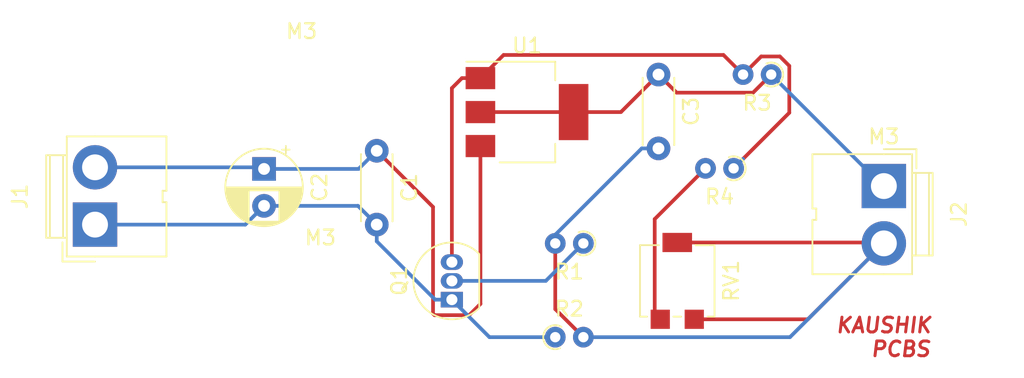
<source format=kicad_pcb>
(kicad_pcb (version 20171130) (host pcbnew "(5.1.6)-1")

  (general
    (thickness 1.6)
    (drawings 8)
    (tracks 55)
    (zones 0)
    (modules 15)
    (nets 8)
  )

  (page A4)
  (layers
    (0 F.Cu signal)
    (31 B.Cu signal)
    (32 B.Adhes user)
    (33 F.Adhes user)
    (34 B.Paste user)
    (35 F.Paste user)
    (36 B.SilkS user)
    (37 F.SilkS user)
    (38 B.Mask user)
    (39 F.Mask user)
    (40 Dwgs.User user)
    (41 Cmts.User user)
    (42 Eco1.User user)
    (43 Eco2.User user)
    (44 Edge.Cuts user)
    (45 Margin user)
    (46 B.CrtYd user)
    (47 F.CrtYd user)
    (48 B.Fab user)
    (49 F.Fab user)
  )

  (setup
    (last_trace_width 0.25)
    (trace_clearance 0.4)
    (zone_clearance 0.508)
    (zone_45_only no)
    (trace_min 0.2)
    (via_size 0.8)
    (via_drill 0.4)
    (via_min_size 0.4)
    (via_min_drill 0.3)
    (uvia_size 0.3)
    (uvia_drill 0.1)
    (uvias_allowed no)
    (uvia_min_size 0.2)
    (uvia_min_drill 0.1)
    (edge_width 0.05)
    (segment_width 0.2)
    (pcb_text_width 0.3)
    (pcb_text_size 1.5 1.5)
    (mod_edge_width 0.12)
    (mod_text_size 1 1)
    (mod_text_width 0.15)
    (pad_size 1.524 1.524)
    (pad_drill 0.762)
    (pad_to_mask_clearance 0.05)
    (aux_axis_origin 0 0)
    (visible_elements 7FFFFFFF)
    (pcbplotparams
      (layerselection 0x010fc_ffffffff)
      (usegerberextensions false)
      (usegerberattributes true)
      (usegerberadvancedattributes true)
      (creategerberjobfile true)
      (excludeedgelayer true)
      (linewidth 0.100000)
      (plotframeref false)
      (viasonmask false)
      (mode 1)
      (useauxorigin false)
      (hpglpennumber 1)
      (hpglpenspeed 20)
      (hpglpendiameter 15.000000)
      (psnegative false)
      (psa4output false)
      (plotreference true)
      (plotvalue true)
      (plotinvisibletext false)
      (padsonsilk false)
      (subtractmaskfromsilk false)
      (outputformat 1)
      (mirror false)
      (drillshape 1)
      (scaleselection 1)
      (outputdirectory ""))
  )

  (net 0 "")
  (net 1 "Net-(C1-Pad1)")
  (net 2 "Net-(C1-Pad2)")
  (net 3 "Net-(C3-Pad2)")
  (net 4 "Net-(C3-Pad1)")
  (net 5 "Net-(Q1-Pad2)")
  (net 6 "Net-(Q1-Pad3)")
  (net 7 "Net-(R4-Pad2)")

  (net_class Default "This is the default net class."
    (clearance 0.4)
    (trace_width 0.25)
    (via_dia 0.8)
    (via_drill 0.4)
    (uvia_dia 0.3)
    (uvia_drill 0.1)
    (add_net "Net-(C1-Pad1)")
    (add_net "Net-(C1-Pad2)")
    (add_net "Net-(C3-Pad1)")
    (add_net "Net-(C3-Pad2)")
    (add_net "Net-(Q1-Pad2)")
    (add_net "Net-(Q1-Pad3)")
    (add_net "Net-(R4-Pad2)")
  )

  (module MountingHole:MountingHole_3.2mm_M3 (layer F.Cu) (tedit 56D1B4CB) (tstamp 5FB29E0F)
    (at 104.14 82.55)
    (descr "Mounting Hole 3.2mm, no annular, M3")
    (tags "mounting hole 3.2mm no annular m3")
    (attr virtual)
    (fp_text reference M3 (at 0 -4.2) (layer F.SilkS)
      (effects (font (size 1 1) (thickness 0.15)))
    )
    (fp_text value MountingHole_3.2mm_M3 (at 0 4.2) (layer F.Fab)
      (effects (font (size 1 1) (thickness 0.15)))
    )
    (fp_text user %R (at 0.3 0) (layer F.Fab)
      (effects (font (size 1 1) (thickness 0.15)))
    )
    (fp_circle (center 0 0) (end 3.2 0) (layer Cmts.User) (width 0.15))
    (fp_circle (center 0 0) (end 3.45 0) (layer F.CrtYd) (width 0.05))
    (pad 1 np_thru_hole circle (at 0 0) (size 3.2 3.2) (drill 3.2) (layers *.Cu *.Mask))
  )

  (module MountingHole:MountingHole_3.2mm_M3 (layer F.Cu) (tedit 56D1B4CB) (tstamp 5FB29DA3)
    (at 143.51 81.28 180)
    (descr "Mounting Hole 3.2mm, no annular, M3")
    (tags "mounting hole 3.2mm no annular m3")
    (attr virtual)
    (fp_text reference M3 (at 0 -4.2) (layer F.SilkS)
      (effects (font (size 1 1) (thickness 0.15)))
    )
    (fp_text value MountingHole_3.2mm_M3 (at 0 4.2) (layer F.Fab)
      (effects (font (size 1 1) (thickness 0.15)))
    )
    (fp_text user %R (at 0.3 0) (layer F.Fab)
      (effects (font (size 1 1) (thickness 0.15)))
    )
    (fp_circle (center 0 0) (end 3.2 0) (layer Cmts.User) (width 0.15))
    (fp_circle (center 0 0) (end 3.45 0) (layer F.CrtYd) (width 0.05))
    (pad 1 np_thru_hole circle (at 0 0 180) (size 3.2 3.2) (drill 3.2) (layers *.Cu *.Mask))
  )

  (module MountingHole:MountingHole_3.2mm_M3 (layer F.Cu) (tedit 56D1B4CB) (tstamp 5FB29D71)
    (at 105.41 96.52)
    (descr "Mounting Hole 3.2mm, no annular, M3")
    (tags "mounting hole 3.2mm no annular m3")
    (attr virtual)
    (fp_text reference M3 (at 0 -4.2) (layer F.SilkS)
      (effects (font (size 1 1) (thickness 0.15)))
    )
    (fp_text value MountingHole_3.2mm_M3 (at 0 4.2) (layer F.Fab)
      (effects (font (size 1 1) (thickness 0.15)))
    )
    (fp_text user %R (at 0.3 0) (layer F.Fab)
      (effects (font (size 1 1) (thickness 0.15)))
    )
    (fp_circle (center 0 0) (end 3.2 0) (layer Cmts.User) (width 0.15))
    (fp_circle (center 0 0) (end 3.45 0) (layer F.CrtYd) (width 0.05))
    (pad 1 np_thru_hole circle (at 0 0) (size 3.2 3.2) (drill 3.2) (layers *.Cu *.Mask))
  )

  (module Resistor_THT:R_Axial_DIN0204_L3.6mm_D1.6mm_P1.90mm_Vertical (layer F.Cu) (tedit 5AE5139B) (tstamp 5FB29823)
    (at 135.89 81.28 180)
    (descr "Resistor, Axial_DIN0204 series, Axial, Vertical, pin pitch=1.9mm, 0.167W, length*diameter=3.6*1.6mm^2, http://cdn-reichelt.de/documents/datenblatt/B400/1_4W%23YAG.pdf")
    (tags "Resistor Axial_DIN0204 series Axial Vertical pin pitch 1.9mm 0.167W length 3.6mm diameter 1.6mm")
    (path /5FAEC32A)
    (fp_text reference R3 (at 0.95 -1.92) (layer F.SilkS)
      (effects (font (size 1 1) (thickness 0.15)))
    )
    (fp_text value R (at 0.95 1.92) (layer F.Fab)
      (effects (font (size 1 1) (thickness 0.15)))
    )
    (fp_line (start 2.86 -1.05) (end -1.05 -1.05) (layer F.CrtYd) (width 0.05))
    (fp_line (start 2.86 1.05) (end 2.86 -1.05) (layer F.CrtYd) (width 0.05))
    (fp_line (start -1.05 1.05) (end 2.86 1.05) (layer F.CrtYd) (width 0.05))
    (fp_line (start -1.05 -1.05) (end -1.05 1.05) (layer F.CrtYd) (width 0.05))
    (fp_line (start 0 0) (end 1.9 0) (layer F.Fab) (width 0.1))
    (fp_circle (center 0 0) (end 0.8 0) (layer F.Fab) (width 0.1))
    (fp_text user %R (at 0.95 -1.92) (layer F.Fab)
      (effects (font (size 1 1) (thickness 0.15)))
    )
    (fp_arc (start 0 0) (end 0.417133 -0.7) (angle -233.92106) (layer F.SilkS) (width 0.12))
    (pad 2 thru_hole oval (at 1.9 0 180) (size 1.4 1.4) (drill 0.7) (layers *.Cu *.Mask)
      (net 6 "Net-(Q1-Pad3)"))
    (pad 1 thru_hole circle (at 0 0 180) (size 1.4 1.4) (drill 0.7) (layers *.Cu *.Mask)
      (net 4 "Net-(C3-Pad1)"))
    (model ${KISYS3DMOD}/Resistor_THT.3dshapes/R_Axial_DIN0204_L3.6mm_D1.6mm_P1.90mm_Vertical.wrl
      (at (xyz 0 0 0))
      (scale (xyz 1 1 1))
      (rotate (xyz 0 0 0))
    )
  )

  (module Capacitor_THT:C_Disc_D4.3mm_W1.9mm_P5.00mm (layer F.Cu) (tedit 5AE50EF0) (tstamp 5FB2819F)
    (at 109.22 86.44 270)
    (descr "C, Disc series, Radial, pin pitch=5.00mm, , diameter*width=4.3*1.9mm^2, Capacitor, http://www.vishay.com/docs/45233/krseries.pdf")
    (tags "C Disc series Radial pin pitch 5.00mm  diameter 4.3mm width 1.9mm Capacitor")
    (path /5FAE9421)
    (fp_text reference C1 (at 2.5 -2.2 90) (layer F.SilkS)
      (effects (font (size 1 1) (thickness 0.15)))
    )
    (fp_text value C (at 2.5 2.2 90) (layer F.Fab)
      (effects (font (size 1 1) (thickness 0.15)))
    )
    (fp_line (start 0.35 -0.95) (end 0.35 0.95) (layer F.Fab) (width 0.1))
    (fp_line (start 0.35 0.95) (end 4.65 0.95) (layer F.Fab) (width 0.1))
    (fp_line (start 4.65 0.95) (end 4.65 -0.95) (layer F.Fab) (width 0.1))
    (fp_line (start 4.65 -0.95) (end 0.35 -0.95) (layer F.Fab) (width 0.1))
    (fp_line (start 0.23 -1.07) (end 4.77 -1.07) (layer F.SilkS) (width 0.12))
    (fp_line (start 0.23 1.07) (end 4.77 1.07) (layer F.SilkS) (width 0.12))
    (fp_line (start 0.23 -1.07) (end 0.23 -1.055) (layer F.SilkS) (width 0.12))
    (fp_line (start 0.23 1.055) (end 0.23 1.07) (layer F.SilkS) (width 0.12))
    (fp_line (start 4.77 -1.07) (end 4.77 -1.055) (layer F.SilkS) (width 0.12))
    (fp_line (start 4.77 1.055) (end 4.77 1.07) (layer F.SilkS) (width 0.12))
    (fp_line (start -1.05 -1.2) (end -1.05 1.2) (layer F.CrtYd) (width 0.05))
    (fp_line (start -1.05 1.2) (end 6.05 1.2) (layer F.CrtYd) (width 0.05))
    (fp_line (start 6.05 1.2) (end 6.05 -1.2) (layer F.CrtYd) (width 0.05))
    (fp_line (start 6.05 -1.2) (end -1.05 -1.2) (layer F.CrtYd) (width 0.05))
    (fp_text user %R (at 2.5 0 90) (layer F.Fab)
      (effects (font (size 0.86 0.86) (thickness 0.129)))
    )
    (pad 1 thru_hole circle (at 0 0 270) (size 1.6 1.6) (drill 0.8) (layers *.Cu *.Mask)
      (net 1 "Net-(C1-Pad1)"))
    (pad 2 thru_hole circle (at 5 0 270) (size 1.6 1.6) (drill 0.8) (layers *.Cu *.Mask)
      (net 2 "Net-(C1-Pad2)"))
    (model ${KISYS3DMOD}/Capacitor_THT.3dshapes/C_Disc_D4.3mm_W1.9mm_P5.00mm.wrl
      (at (xyz 0 0 0))
      (scale (xyz 1 1 1))
      (rotate (xyz 0 0 0))
    )
  )

  (module Capacitor_THT:CP_Radial_D5.0mm_P2.50mm (layer F.Cu) (tedit 5AE50EF0) (tstamp 5FAF3676)
    (at 101.6 87.67 270)
    (descr "CP, Radial series, Radial, pin pitch=2.50mm, , diameter=5mm, Electrolytic Capacitor")
    (tags "CP Radial series Radial pin pitch 2.50mm  diameter 5mm Electrolytic Capacitor")
    (path /5FAF23A0)
    (fp_text reference C2 (at 1.25 -3.75 90) (layer F.SilkS)
      (effects (font (size 1 1) (thickness 0.15)))
    )
    (fp_text value CP (at 1.25 3.75 90) (layer F.Fab)
      (effects (font (size 1 1) (thickness 0.15)))
    )
    (fp_circle (center 1.25 0) (end 3.75 0) (layer F.Fab) (width 0.1))
    (fp_circle (center 1.25 0) (end 3.87 0) (layer F.SilkS) (width 0.12))
    (fp_circle (center 1.25 0) (end 4 0) (layer F.CrtYd) (width 0.05))
    (fp_line (start -0.883605 -1.0875) (end -0.383605 -1.0875) (layer F.Fab) (width 0.1))
    (fp_line (start -0.633605 -1.3375) (end -0.633605 -0.8375) (layer F.Fab) (width 0.1))
    (fp_line (start 1.25 -2.58) (end 1.25 2.58) (layer F.SilkS) (width 0.12))
    (fp_line (start 1.29 -2.58) (end 1.29 2.58) (layer F.SilkS) (width 0.12))
    (fp_line (start 1.33 -2.579) (end 1.33 2.579) (layer F.SilkS) (width 0.12))
    (fp_line (start 1.37 -2.578) (end 1.37 2.578) (layer F.SilkS) (width 0.12))
    (fp_line (start 1.41 -2.576) (end 1.41 2.576) (layer F.SilkS) (width 0.12))
    (fp_line (start 1.45 -2.573) (end 1.45 2.573) (layer F.SilkS) (width 0.12))
    (fp_line (start 1.49 -2.569) (end 1.49 -1.04) (layer F.SilkS) (width 0.12))
    (fp_line (start 1.49 1.04) (end 1.49 2.569) (layer F.SilkS) (width 0.12))
    (fp_line (start 1.53 -2.565) (end 1.53 -1.04) (layer F.SilkS) (width 0.12))
    (fp_line (start 1.53 1.04) (end 1.53 2.565) (layer F.SilkS) (width 0.12))
    (fp_line (start 1.57 -2.561) (end 1.57 -1.04) (layer F.SilkS) (width 0.12))
    (fp_line (start 1.57 1.04) (end 1.57 2.561) (layer F.SilkS) (width 0.12))
    (fp_line (start 1.61 -2.556) (end 1.61 -1.04) (layer F.SilkS) (width 0.12))
    (fp_line (start 1.61 1.04) (end 1.61 2.556) (layer F.SilkS) (width 0.12))
    (fp_line (start 1.65 -2.55) (end 1.65 -1.04) (layer F.SilkS) (width 0.12))
    (fp_line (start 1.65 1.04) (end 1.65 2.55) (layer F.SilkS) (width 0.12))
    (fp_line (start 1.69 -2.543) (end 1.69 -1.04) (layer F.SilkS) (width 0.12))
    (fp_line (start 1.69 1.04) (end 1.69 2.543) (layer F.SilkS) (width 0.12))
    (fp_line (start 1.73 -2.536) (end 1.73 -1.04) (layer F.SilkS) (width 0.12))
    (fp_line (start 1.73 1.04) (end 1.73 2.536) (layer F.SilkS) (width 0.12))
    (fp_line (start 1.77 -2.528) (end 1.77 -1.04) (layer F.SilkS) (width 0.12))
    (fp_line (start 1.77 1.04) (end 1.77 2.528) (layer F.SilkS) (width 0.12))
    (fp_line (start 1.81 -2.52) (end 1.81 -1.04) (layer F.SilkS) (width 0.12))
    (fp_line (start 1.81 1.04) (end 1.81 2.52) (layer F.SilkS) (width 0.12))
    (fp_line (start 1.85 -2.511) (end 1.85 -1.04) (layer F.SilkS) (width 0.12))
    (fp_line (start 1.85 1.04) (end 1.85 2.511) (layer F.SilkS) (width 0.12))
    (fp_line (start 1.89 -2.501) (end 1.89 -1.04) (layer F.SilkS) (width 0.12))
    (fp_line (start 1.89 1.04) (end 1.89 2.501) (layer F.SilkS) (width 0.12))
    (fp_line (start 1.93 -2.491) (end 1.93 -1.04) (layer F.SilkS) (width 0.12))
    (fp_line (start 1.93 1.04) (end 1.93 2.491) (layer F.SilkS) (width 0.12))
    (fp_line (start 1.971 -2.48) (end 1.971 -1.04) (layer F.SilkS) (width 0.12))
    (fp_line (start 1.971 1.04) (end 1.971 2.48) (layer F.SilkS) (width 0.12))
    (fp_line (start 2.011 -2.468) (end 2.011 -1.04) (layer F.SilkS) (width 0.12))
    (fp_line (start 2.011 1.04) (end 2.011 2.468) (layer F.SilkS) (width 0.12))
    (fp_line (start 2.051 -2.455) (end 2.051 -1.04) (layer F.SilkS) (width 0.12))
    (fp_line (start 2.051 1.04) (end 2.051 2.455) (layer F.SilkS) (width 0.12))
    (fp_line (start 2.091 -2.442) (end 2.091 -1.04) (layer F.SilkS) (width 0.12))
    (fp_line (start 2.091 1.04) (end 2.091 2.442) (layer F.SilkS) (width 0.12))
    (fp_line (start 2.131 -2.428) (end 2.131 -1.04) (layer F.SilkS) (width 0.12))
    (fp_line (start 2.131 1.04) (end 2.131 2.428) (layer F.SilkS) (width 0.12))
    (fp_line (start 2.171 -2.414) (end 2.171 -1.04) (layer F.SilkS) (width 0.12))
    (fp_line (start 2.171 1.04) (end 2.171 2.414) (layer F.SilkS) (width 0.12))
    (fp_line (start 2.211 -2.398) (end 2.211 -1.04) (layer F.SilkS) (width 0.12))
    (fp_line (start 2.211 1.04) (end 2.211 2.398) (layer F.SilkS) (width 0.12))
    (fp_line (start 2.251 -2.382) (end 2.251 -1.04) (layer F.SilkS) (width 0.12))
    (fp_line (start 2.251 1.04) (end 2.251 2.382) (layer F.SilkS) (width 0.12))
    (fp_line (start 2.291 -2.365) (end 2.291 -1.04) (layer F.SilkS) (width 0.12))
    (fp_line (start 2.291 1.04) (end 2.291 2.365) (layer F.SilkS) (width 0.12))
    (fp_line (start 2.331 -2.348) (end 2.331 -1.04) (layer F.SilkS) (width 0.12))
    (fp_line (start 2.331 1.04) (end 2.331 2.348) (layer F.SilkS) (width 0.12))
    (fp_line (start 2.371 -2.329) (end 2.371 -1.04) (layer F.SilkS) (width 0.12))
    (fp_line (start 2.371 1.04) (end 2.371 2.329) (layer F.SilkS) (width 0.12))
    (fp_line (start 2.411 -2.31) (end 2.411 -1.04) (layer F.SilkS) (width 0.12))
    (fp_line (start 2.411 1.04) (end 2.411 2.31) (layer F.SilkS) (width 0.12))
    (fp_line (start 2.451 -2.29) (end 2.451 -1.04) (layer F.SilkS) (width 0.12))
    (fp_line (start 2.451 1.04) (end 2.451 2.29) (layer F.SilkS) (width 0.12))
    (fp_line (start 2.491 -2.268) (end 2.491 -1.04) (layer F.SilkS) (width 0.12))
    (fp_line (start 2.491 1.04) (end 2.491 2.268) (layer F.SilkS) (width 0.12))
    (fp_line (start 2.531 -2.247) (end 2.531 -1.04) (layer F.SilkS) (width 0.12))
    (fp_line (start 2.531 1.04) (end 2.531 2.247) (layer F.SilkS) (width 0.12))
    (fp_line (start 2.571 -2.224) (end 2.571 -1.04) (layer F.SilkS) (width 0.12))
    (fp_line (start 2.571 1.04) (end 2.571 2.224) (layer F.SilkS) (width 0.12))
    (fp_line (start 2.611 -2.2) (end 2.611 -1.04) (layer F.SilkS) (width 0.12))
    (fp_line (start 2.611 1.04) (end 2.611 2.2) (layer F.SilkS) (width 0.12))
    (fp_line (start 2.651 -2.175) (end 2.651 -1.04) (layer F.SilkS) (width 0.12))
    (fp_line (start 2.651 1.04) (end 2.651 2.175) (layer F.SilkS) (width 0.12))
    (fp_line (start 2.691 -2.149) (end 2.691 -1.04) (layer F.SilkS) (width 0.12))
    (fp_line (start 2.691 1.04) (end 2.691 2.149) (layer F.SilkS) (width 0.12))
    (fp_line (start 2.731 -2.122) (end 2.731 -1.04) (layer F.SilkS) (width 0.12))
    (fp_line (start 2.731 1.04) (end 2.731 2.122) (layer F.SilkS) (width 0.12))
    (fp_line (start 2.771 -2.095) (end 2.771 -1.04) (layer F.SilkS) (width 0.12))
    (fp_line (start 2.771 1.04) (end 2.771 2.095) (layer F.SilkS) (width 0.12))
    (fp_line (start 2.811 -2.065) (end 2.811 -1.04) (layer F.SilkS) (width 0.12))
    (fp_line (start 2.811 1.04) (end 2.811 2.065) (layer F.SilkS) (width 0.12))
    (fp_line (start 2.851 -2.035) (end 2.851 -1.04) (layer F.SilkS) (width 0.12))
    (fp_line (start 2.851 1.04) (end 2.851 2.035) (layer F.SilkS) (width 0.12))
    (fp_line (start 2.891 -2.004) (end 2.891 -1.04) (layer F.SilkS) (width 0.12))
    (fp_line (start 2.891 1.04) (end 2.891 2.004) (layer F.SilkS) (width 0.12))
    (fp_line (start 2.931 -1.971) (end 2.931 -1.04) (layer F.SilkS) (width 0.12))
    (fp_line (start 2.931 1.04) (end 2.931 1.971) (layer F.SilkS) (width 0.12))
    (fp_line (start 2.971 -1.937) (end 2.971 -1.04) (layer F.SilkS) (width 0.12))
    (fp_line (start 2.971 1.04) (end 2.971 1.937) (layer F.SilkS) (width 0.12))
    (fp_line (start 3.011 -1.901) (end 3.011 -1.04) (layer F.SilkS) (width 0.12))
    (fp_line (start 3.011 1.04) (end 3.011 1.901) (layer F.SilkS) (width 0.12))
    (fp_line (start 3.051 -1.864) (end 3.051 -1.04) (layer F.SilkS) (width 0.12))
    (fp_line (start 3.051 1.04) (end 3.051 1.864) (layer F.SilkS) (width 0.12))
    (fp_line (start 3.091 -1.826) (end 3.091 -1.04) (layer F.SilkS) (width 0.12))
    (fp_line (start 3.091 1.04) (end 3.091 1.826) (layer F.SilkS) (width 0.12))
    (fp_line (start 3.131 -1.785) (end 3.131 -1.04) (layer F.SilkS) (width 0.12))
    (fp_line (start 3.131 1.04) (end 3.131 1.785) (layer F.SilkS) (width 0.12))
    (fp_line (start 3.171 -1.743) (end 3.171 -1.04) (layer F.SilkS) (width 0.12))
    (fp_line (start 3.171 1.04) (end 3.171 1.743) (layer F.SilkS) (width 0.12))
    (fp_line (start 3.211 -1.699) (end 3.211 -1.04) (layer F.SilkS) (width 0.12))
    (fp_line (start 3.211 1.04) (end 3.211 1.699) (layer F.SilkS) (width 0.12))
    (fp_line (start 3.251 -1.653) (end 3.251 -1.04) (layer F.SilkS) (width 0.12))
    (fp_line (start 3.251 1.04) (end 3.251 1.653) (layer F.SilkS) (width 0.12))
    (fp_line (start 3.291 -1.605) (end 3.291 -1.04) (layer F.SilkS) (width 0.12))
    (fp_line (start 3.291 1.04) (end 3.291 1.605) (layer F.SilkS) (width 0.12))
    (fp_line (start 3.331 -1.554) (end 3.331 -1.04) (layer F.SilkS) (width 0.12))
    (fp_line (start 3.331 1.04) (end 3.331 1.554) (layer F.SilkS) (width 0.12))
    (fp_line (start 3.371 -1.5) (end 3.371 -1.04) (layer F.SilkS) (width 0.12))
    (fp_line (start 3.371 1.04) (end 3.371 1.5) (layer F.SilkS) (width 0.12))
    (fp_line (start 3.411 -1.443) (end 3.411 -1.04) (layer F.SilkS) (width 0.12))
    (fp_line (start 3.411 1.04) (end 3.411 1.443) (layer F.SilkS) (width 0.12))
    (fp_line (start 3.451 -1.383) (end 3.451 -1.04) (layer F.SilkS) (width 0.12))
    (fp_line (start 3.451 1.04) (end 3.451 1.383) (layer F.SilkS) (width 0.12))
    (fp_line (start 3.491 -1.319) (end 3.491 -1.04) (layer F.SilkS) (width 0.12))
    (fp_line (start 3.491 1.04) (end 3.491 1.319) (layer F.SilkS) (width 0.12))
    (fp_line (start 3.531 -1.251) (end 3.531 -1.04) (layer F.SilkS) (width 0.12))
    (fp_line (start 3.531 1.04) (end 3.531 1.251) (layer F.SilkS) (width 0.12))
    (fp_line (start 3.571 -1.178) (end 3.571 1.178) (layer F.SilkS) (width 0.12))
    (fp_line (start 3.611 -1.098) (end 3.611 1.098) (layer F.SilkS) (width 0.12))
    (fp_line (start 3.651 -1.011) (end 3.651 1.011) (layer F.SilkS) (width 0.12))
    (fp_line (start 3.691 -0.915) (end 3.691 0.915) (layer F.SilkS) (width 0.12))
    (fp_line (start 3.731 -0.805) (end 3.731 0.805) (layer F.SilkS) (width 0.12))
    (fp_line (start 3.771 -0.677) (end 3.771 0.677) (layer F.SilkS) (width 0.12))
    (fp_line (start 3.811 -0.518) (end 3.811 0.518) (layer F.SilkS) (width 0.12))
    (fp_line (start 3.851 -0.284) (end 3.851 0.284) (layer F.SilkS) (width 0.12))
    (fp_line (start -1.554775 -1.475) (end -1.054775 -1.475) (layer F.SilkS) (width 0.12))
    (fp_line (start -1.304775 -1.725) (end -1.304775 -1.225) (layer F.SilkS) (width 0.12))
    (fp_text user %R (at 1.25 0 90) (layer F.Fab)
      (effects (font (size 1 1) (thickness 0.15)))
    )
    (pad 1 thru_hole rect (at 0 0 270) (size 1.6 1.6) (drill 0.8) (layers *.Cu *.Mask)
      (net 1 "Net-(C1-Pad1)"))
    (pad 2 thru_hole circle (at 2.5 0 270) (size 1.6 1.6) (drill 0.8) (layers *.Cu *.Mask)
      (net 2 "Net-(C1-Pad2)"))
    (model ${KISYS3DMOD}/Capacitor_THT.3dshapes/CP_Radial_D5.0mm_P2.50mm.wrl
      (at (xyz 0 0 0))
      (scale (xyz 1 1 1))
      (rotate (xyz 0 0 0))
    )
  )

  (module Capacitor_THT:C_Disc_D4.3mm_W1.9mm_P5.00mm (layer F.Cu) (tedit 5AE50EF0) (tstamp 5FAF46B7)
    (at 128.27 81.28 270)
    (descr "C, Disc series, Radial, pin pitch=5.00mm, , diameter*width=4.3*1.9mm^2, Capacitor, http://www.vishay.com/docs/45233/krseries.pdf")
    (tags "C Disc series Radial pin pitch 5.00mm  diameter 4.3mm width 1.9mm Capacitor")
    (path /5FAEA9D7)
    (fp_text reference C3 (at 2.5 -2.2 90) (layer F.SilkS)
      (effects (font (size 1 1) (thickness 0.15)))
    )
    (fp_text value C (at 2.5 2.2 90) (layer F.Fab)
      (effects (font (size 1 1) (thickness 0.15)))
    )
    (fp_line (start 6.05 -1.2) (end -1.05 -1.2) (layer F.CrtYd) (width 0.05))
    (fp_line (start 6.05 1.2) (end 6.05 -1.2) (layer F.CrtYd) (width 0.05))
    (fp_line (start -1.05 1.2) (end 6.05 1.2) (layer F.CrtYd) (width 0.05))
    (fp_line (start -1.05 -1.2) (end -1.05 1.2) (layer F.CrtYd) (width 0.05))
    (fp_line (start 4.77 1.055) (end 4.77 1.07) (layer F.SilkS) (width 0.12))
    (fp_line (start 4.77 -1.07) (end 4.77 -1.055) (layer F.SilkS) (width 0.12))
    (fp_line (start 0.23 1.055) (end 0.23 1.07) (layer F.SilkS) (width 0.12))
    (fp_line (start 0.23 -1.07) (end 0.23 -1.055) (layer F.SilkS) (width 0.12))
    (fp_line (start 0.23 1.07) (end 4.77 1.07) (layer F.SilkS) (width 0.12))
    (fp_line (start 0.23 -1.07) (end 4.77 -1.07) (layer F.SilkS) (width 0.12))
    (fp_line (start 4.65 -0.95) (end 0.35 -0.95) (layer F.Fab) (width 0.1))
    (fp_line (start 4.65 0.95) (end 4.65 -0.95) (layer F.Fab) (width 0.1))
    (fp_line (start 0.35 0.95) (end 4.65 0.95) (layer F.Fab) (width 0.1))
    (fp_line (start 0.35 -0.95) (end 0.35 0.95) (layer F.Fab) (width 0.1))
    (fp_text user %R (at 2.5 0 90) (layer F.Fab)
      (effects (font (size 0.86 0.86) (thickness 0.129)))
    )
    (pad 2 thru_hole circle (at 5 0 270) (size 1.6 1.6) (drill 0.8) (layers *.Cu *.Mask)
      (net 3 "Net-(C3-Pad2)"))
    (pad 1 thru_hole circle (at 0 0 270) (size 1.6 1.6) (drill 0.8) (layers *.Cu *.Mask)
      (net 4 "Net-(C3-Pad1)"))
    (model ${KISYS3DMOD}/Capacitor_THT.3dshapes/C_Disc_D4.3mm_W1.9mm_P5.00mm.wrl
      (at (xyz 0 0 0))
      (scale (xyz 1 1 1))
      (rotate (xyz 0 0 0))
    )
  )

  (module Connector:JWT_A3963_1x02_P3.96mm_Vertical (layer F.Cu) (tedit 5A2A57CE) (tstamp 5FAF36B0)
    (at 90.17 91.44 90)
    (descr "JWT A3963, 3.96mm pitch Pin head connector (http://www.jwt.com.tw/pro_pdf/A3963.pdf)")
    (tags "connector JWT A3963 pinhead")
    (path /5FAF3E0D)
    (fp_text reference J1 (at 1.91 -5.08 90) (layer F.SilkS)
      (effects (font (size 1 1) (thickness 0.15)))
    )
    (fp_text value Conn_01x02 (at 1.91 6.35 90) (layer F.Fab)
      (effects (font (size 1 1) (thickness 0.15)))
    )
    (fp_line (start 4.6 -3.2) (end 4.6 -1.8) (layer F.Fab) (width 0.1))
    (fp_line (start -0.8 -3.2) (end 4.6 -3.2) (layer F.Fab) (width 0.1))
    (fp_line (start -0.8 -1.8) (end -0.8 -3.2) (layer F.Fab) (width 0.1))
    (fp_line (start 0 -0.3) (end 1.25 -1.8) (layer F.Fab) (width 0.1))
    (fp_line (start -1.25 -1.8) (end 0 -0.3) (layer F.Fab) (width 0.1))
    (fp_line (start -2.5 -2.2) (end -2.5 0) (layer F.SilkS) (width 0.12))
    (fp_line (start -1.2 -2.2) (end -2.5 -2.2) (layer F.SilkS) (width 0.12))
    (fp_line (start -2.05 4.7) (end -2.05 -1.8) (layer F.Fab) (width 0.1))
    (fp_line (start 5.85 4.7) (end -2.05 4.7) (layer F.Fab) (width 0.1))
    (fp_line (start 5.85 -1.8) (end 5.85 4.7) (layer F.Fab) (width 0.1))
    (fp_line (start -2.05 -1.8) (end 5.85 -1.8) (layer F.Fab) (width 0.1))
    (fp_line (start -2.5 -3.55) (end 6.35 -3.55) (layer F.CrtYd) (width 0.05))
    (fp_line (start 6.35 -3.55) (end 6.35 5.05) (layer F.CrtYd) (width 0.05))
    (fp_line (start 6.35 5.05) (end -2.5 5.05) (layer F.CrtYd) (width 0.05))
    (fp_line (start -2.5 5.05) (end -2.5 -3.55) (layer F.CrtYd) (width 0.05))
    (fp_line (start 2.29 4.83) (end 5.97 4.83) (layer F.SilkS) (width 0.12))
    (fp_line (start 1.52 4.83) (end -2.16 4.83) (layer F.SilkS) (width 0.12))
    (fp_line (start 1.52 4.83) (end 1.52 4.57) (layer F.SilkS) (width 0.12))
    (fp_line (start 1.52 4.57) (end 2.29 4.57) (layer F.SilkS) (width 0.12))
    (fp_line (start 2.29 4.57) (end 2.29 4.83) (layer F.SilkS) (width 0.12))
    (fp_line (start -0.89 -2.16) (end 4.7 -2.16) (layer F.SilkS) (width 0.12))
    (fp_line (start -0.89 -3.05) (end 4.7 -3.05) (layer F.SilkS) (width 0.12))
    (fp_line (start 5.97 -1.91) (end 5.97 0) (layer F.SilkS) (width 0.12))
    (fp_line (start -2.16 -1.91) (end -2.16 0) (layer F.SilkS) (width 0.12))
    (fp_line (start -0.89 -3.3) (end 4.7 -3.3) (layer F.SilkS) (width 0.12))
    (fp_line (start 4.7 -1.91) (end 4.7 -3.3) (layer F.SilkS) (width 0.12))
    (fp_line (start -0.89 -1.91) (end -0.89 -3.3) (layer F.SilkS) (width 0.12))
    (fp_line (start -2.16 -1.91) (end 5.97 -1.91) (layer F.SilkS) (width 0.12))
    (fp_line (start -2.16 0) (end -2.16 4.83) (layer F.SilkS) (width 0.12))
    (fp_line (start 5.97 4.83) (end 5.97 0) (layer F.SilkS) (width 0.12))
    (fp_text user %R (at 2.2 3.7 90) (layer F.Fab)
      (effects (font (size 1 1) (thickness 0.15)))
    )
    (pad 1 thru_hole rect (at 0 0 90) (size 3 3) (drill 1.75) (layers *.Cu *.Mask)
      (net 2 "Net-(C1-Pad2)"))
    (pad 2 thru_hole circle (at 3.88 0 90) (size 3 3) (drill 1.75) (layers *.Cu *.Mask)
      (net 1 "Net-(C1-Pad1)"))
    (model ${KISYS3DMOD}/Connector.3dshapes/JWT_A3963_1x02_P3.96mm_Vertical.wrl
      (at (xyz 0 0 0))
      (scale (xyz 1 1 1))
      (rotate (xyz 0 0 0))
    )
  )

  (module Connector:JWT_A3963_1x02_P3.96mm_Vertical (layer F.Cu) (tedit 5A2A57CE) (tstamp 5FAF36D5)
    (at 143.51 88.83 270)
    (descr "JWT A3963, 3.96mm pitch Pin head connector (http://www.jwt.com.tw/pro_pdf/A3963.pdf)")
    (tags "connector JWT A3963 pinhead")
    (path /5FAF5F0F)
    (fp_text reference J2 (at 1.91 -5.08 90) (layer F.SilkS)
      (effects (font (size 1 1) (thickness 0.15)))
    )
    (fp_text value Conn_01x02 (at 1.91 6.35 90) (layer F.Fab)
      (effects (font (size 1 1) (thickness 0.15)))
    )
    (fp_line (start 5.97 4.83) (end 5.97 0) (layer F.SilkS) (width 0.12))
    (fp_line (start -2.16 0) (end -2.16 4.83) (layer F.SilkS) (width 0.12))
    (fp_line (start -2.16 -1.91) (end 5.97 -1.91) (layer F.SilkS) (width 0.12))
    (fp_line (start -0.89 -1.91) (end -0.89 -3.3) (layer F.SilkS) (width 0.12))
    (fp_line (start 4.7 -1.91) (end 4.7 -3.3) (layer F.SilkS) (width 0.12))
    (fp_line (start -0.89 -3.3) (end 4.7 -3.3) (layer F.SilkS) (width 0.12))
    (fp_line (start -2.16 -1.91) (end -2.16 0) (layer F.SilkS) (width 0.12))
    (fp_line (start 5.97 -1.91) (end 5.97 0) (layer F.SilkS) (width 0.12))
    (fp_line (start -0.89 -3.05) (end 4.7 -3.05) (layer F.SilkS) (width 0.12))
    (fp_line (start -0.89 -2.16) (end 4.7 -2.16) (layer F.SilkS) (width 0.12))
    (fp_line (start 2.29 4.57) (end 2.29 4.83) (layer F.SilkS) (width 0.12))
    (fp_line (start 1.52 4.57) (end 2.29 4.57) (layer F.SilkS) (width 0.12))
    (fp_line (start 1.52 4.83) (end 1.52 4.57) (layer F.SilkS) (width 0.12))
    (fp_line (start 1.52 4.83) (end -2.16 4.83) (layer F.SilkS) (width 0.12))
    (fp_line (start 2.29 4.83) (end 5.97 4.83) (layer F.SilkS) (width 0.12))
    (fp_line (start -2.5 5.05) (end -2.5 -3.55) (layer F.CrtYd) (width 0.05))
    (fp_line (start 6.35 5.05) (end -2.5 5.05) (layer F.CrtYd) (width 0.05))
    (fp_line (start 6.35 -3.55) (end 6.35 5.05) (layer F.CrtYd) (width 0.05))
    (fp_line (start -2.5 -3.55) (end 6.35 -3.55) (layer F.CrtYd) (width 0.05))
    (fp_line (start -2.05 -1.8) (end 5.85 -1.8) (layer F.Fab) (width 0.1))
    (fp_line (start 5.85 -1.8) (end 5.85 4.7) (layer F.Fab) (width 0.1))
    (fp_line (start 5.85 4.7) (end -2.05 4.7) (layer F.Fab) (width 0.1))
    (fp_line (start -2.05 4.7) (end -2.05 -1.8) (layer F.Fab) (width 0.1))
    (fp_line (start -1.2 -2.2) (end -2.5 -2.2) (layer F.SilkS) (width 0.12))
    (fp_line (start -2.5 -2.2) (end -2.5 0) (layer F.SilkS) (width 0.12))
    (fp_line (start -1.25 -1.8) (end 0 -0.3) (layer F.Fab) (width 0.1))
    (fp_line (start 0 -0.3) (end 1.25 -1.8) (layer F.Fab) (width 0.1))
    (fp_line (start -0.8 -1.8) (end -0.8 -3.2) (layer F.Fab) (width 0.1))
    (fp_line (start -0.8 -3.2) (end 4.6 -3.2) (layer F.Fab) (width 0.1))
    (fp_line (start 4.6 -3.2) (end 4.6 -1.8) (layer F.Fab) (width 0.1))
    (fp_text user %R (at 2.2 3.7 90) (layer F.Fab)
      (effects (font (size 1 1) (thickness 0.15)))
    )
    (pad 2 thru_hole circle (at 3.88 0 270) (size 3 3) (drill 1.75) (layers *.Cu *.Mask)
      (net 3 "Net-(C3-Pad2)"))
    (pad 1 thru_hole rect (at 0 0 270) (size 3 3) (drill 1.75) (layers *.Cu *.Mask)
      (net 4 "Net-(C3-Pad1)"))
    (model ${KISYS3DMOD}/Connector.3dshapes/JWT_A3963_1x02_P3.96mm_Vertical.wrl
      (at (xyz 0 0 0))
      (scale (xyz 1 1 1))
      (rotate (xyz 0 0 0))
    )
  )

  (module Package_TO_SOT_THT:TO-92_Inline (layer F.Cu) (tedit 5A1DD157) (tstamp 5FAF36E7)
    (at 114.3 96.52 90)
    (descr "TO-92 leads in-line, narrow, oval pads, drill 0.75mm (see NXP sot054_po.pdf)")
    (tags "to-92 sc-43 sc-43a sot54 PA33 transistor")
    (path /5FAE8B5A)
    (fp_text reference Q1 (at 1.27 -3.56 90) (layer F.SilkS)
      (effects (font (size 1 1) (thickness 0.15)))
    )
    (fp_text value BC548 (at 1.27 2.79 90) (layer F.Fab)
      (effects (font (size 1 1) (thickness 0.15)))
    )
    (fp_line (start -0.53 1.85) (end 3.07 1.85) (layer F.SilkS) (width 0.12))
    (fp_line (start -0.5 1.75) (end 3 1.75) (layer F.Fab) (width 0.1))
    (fp_line (start -1.46 -2.73) (end 4 -2.73) (layer F.CrtYd) (width 0.05))
    (fp_line (start -1.46 -2.73) (end -1.46 2.01) (layer F.CrtYd) (width 0.05))
    (fp_line (start 4 2.01) (end 4 -2.73) (layer F.CrtYd) (width 0.05))
    (fp_line (start 4 2.01) (end -1.46 2.01) (layer F.CrtYd) (width 0.05))
    (fp_text user %R (at 1.27 -3.56 90) (layer F.Fab)
      (effects (font (size 1 1) (thickness 0.15)))
    )
    (fp_arc (start 1.27 0) (end 1.27 -2.48) (angle 135) (layer F.Fab) (width 0.1))
    (fp_arc (start 1.27 0) (end 1.27 -2.6) (angle -135) (layer F.SilkS) (width 0.12))
    (fp_arc (start 1.27 0) (end 1.27 -2.48) (angle -135) (layer F.Fab) (width 0.1))
    (fp_arc (start 1.27 0) (end 1.27 -2.6) (angle 135) (layer F.SilkS) (width 0.12))
    (pad 2 thru_hole oval (at 1.27 0 90) (size 1.05 1.5) (drill 0.75) (layers *.Cu *.Mask)
      (net 5 "Net-(Q1-Pad2)"))
    (pad 3 thru_hole oval (at 2.54 0 90) (size 1.05 1.5) (drill 0.75) (layers *.Cu *.Mask)
      (net 6 "Net-(Q1-Pad3)"))
    (pad 1 thru_hole rect (at 0 0 90) (size 1.05 1.5) (drill 0.75) (layers *.Cu *.Mask)
      (net 2 "Net-(C1-Pad2)"))
    (model ${KISYS3DMOD}/Package_TO_SOT_THT.3dshapes/TO-92_Inline.wrl
      (at (xyz 0 0 0))
      (scale (xyz 1 1 1))
      (rotate (xyz 0 0 0))
    )
  )

  (module Resistor_THT:R_Axial_DIN0204_L3.6mm_D1.6mm_P1.90mm_Vertical (layer F.Cu) (tedit 5AE5139B) (tstamp 5FAF36F5)
    (at 123.19 92.71 180)
    (descr "Resistor, Axial_DIN0204 series, Axial, Vertical, pin pitch=1.9mm, 0.167W, length*diameter=3.6*1.6mm^2, http://cdn-reichelt.de/documents/datenblatt/B400/1_4W%23YAG.pdf")
    (tags "Resistor Axial_DIN0204 series Axial Vertical pin pitch 1.9mm 0.167W length 3.6mm diameter 1.6mm")
    (path /5FAEC0EA)
    (fp_text reference R1 (at 0.95 -1.92) (layer F.SilkS)
      (effects (font (size 1 1) (thickness 0.15)))
    )
    (fp_text value R (at 0.95 1.92) (layer F.Fab)
      (effects (font (size 1 1) (thickness 0.15)))
    )
    (fp_line (start 2.86 -1.05) (end -1.05 -1.05) (layer F.CrtYd) (width 0.05))
    (fp_line (start 2.86 1.05) (end 2.86 -1.05) (layer F.CrtYd) (width 0.05))
    (fp_line (start -1.05 1.05) (end 2.86 1.05) (layer F.CrtYd) (width 0.05))
    (fp_line (start -1.05 -1.05) (end -1.05 1.05) (layer F.CrtYd) (width 0.05))
    (fp_line (start 0 0) (end 1.9 0) (layer F.Fab) (width 0.1))
    (fp_circle (center 0 0) (end 0.8 0) (layer F.Fab) (width 0.1))
    (fp_text user %R (at 0.95 -1.92) (layer F.Fab)
      (effects (font (size 1 1) (thickness 0.15)))
    )
    (fp_arc (start 0 0) (end 0.417133 -0.7) (angle -233.92106) (layer F.SilkS) (width 0.12))
    (pad 2 thru_hole oval (at 1.9 0 180) (size 1.4 1.4) (drill 0.7) (layers *.Cu *.Mask)
      (net 3 "Net-(C3-Pad2)"))
    (pad 1 thru_hole circle (at 0 0 180) (size 1.4 1.4) (drill 0.7) (layers *.Cu *.Mask)
      (net 5 "Net-(Q1-Pad2)"))
    (model ${KISYS3DMOD}/Resistor_THT.3dshapes/R_Axial_DIN0204_L3.6mm_D1.6mm_P1.90mm_Vertical.wrl
      (at (xyz 0 0 0))
      (scale (xyz 1 1 1))
      (rotate (xyz 0 0 0))
    )
  )

  (module Resistor_THT:R_Axial_DIN0204_L3.6mm_D1.6mm_P1.90mm_Vertical (layer F.Cu) (tedit 5AE5139B) (tstamp 5FAF3703)
    (at 121.29 99.06)
    (descr "Resistor, Axial_DIN0204 series, Axial, Vertical, pin pitch=1.9mm, 0.167W, length*diameter=3.6*1.6mm^2, http://cdn-reichelt.de/documents/datenblatt/B400/1_4W%23YAG.pdf")
    (tags "Resistor Axial_DIN0204 series Axial Vertical pin pitch 1.9mm 0.167W length 3.6mm diameter 1.6mm")
    (path /5FAFDE0C)
    (fp_text reference R2 (at 0.95 -1.92) (layer F.SilkS)
      (effects (font (size 1 1) (thickness 0.15)))
    )
    (fp_text value R (at 0.95 1.92) (layer F.Fab)
      (effects (font (size 1 1) (thickness 0.15)))
    )
    (fp_circle (center 0 0) (end 0.8 0) (layer F.Fab) (width 0.1))
    (fp_line (start 0 0) (end 1.9 0) (layer F.Fab) (width 0.1))
    (fp_line (start -1.05 -1.05) (end -1.05 1.05) (layer F.CrtYd) (width 0.05))
    (fp_line (start -1.05 1.05) (end 2.86 1.05) (layer F.CrtYd) (width 0.05))
    (fp_line (start 2.86 1.05) (end 2.86 -1.05) (layer F.CrtYd) (width 0.05))
    (fp_line (start 2.86 -1.05) (end -1.05 -1.05) (layer F.CrtYd) (width 0.05))
    (fp_arc (start 0 0) (end 0.417133 -0.7) (angle -233.92106) (layer F.SilkS) (width 0.12))
    (fp_text user %R (at 0.95 -1.92) (layer F.Fab)
      (effects (font (size 1 1) (thickness 0.15)))
    )
    (pad 1 thru_hole circle (at 0 0) (size 1.4 1.4) (drill 0.7) (layers *.Cu *.Mask)
      (net 2 "Net-(C1-Pad2)"))
    (pad 2 thru_hole oval (at 1.9 0) (size 1.4 1.4) (drill 0.7) (layers *.Cu *.Mask)
      (net 3 "Net-(C3-Pad2)"))
    (model ${KISYS3DMOD}/Resistor_THT.3dshapes/R_Axial_DIN0204_L3.6mm_D1.6mm_P1.90mm_Vertical.wrl
      (at (xyz 0 0 0))
      (scale (xyz 1 1 1))
      (rotate (xyz 0 0 0))
    )
  )

  (module Resistor_THT:R_Axial_DIN0204_L3.6mm_D1.6mm_P1.90mm_Vertical (layer F.Cu) (tedit 5AE5139B) (tstamp 5FAF371F)
    (at 133.35 87.63 180)
    (descr "Resistor, Axial_DIN0204 series, Axial, Vertical, pin pitch=1.9mm, 0.167W, length*diameter=3.6*1.6mm^2, http://cdn-reichelt.de/documents/datenblatt/B400/1_4W%23YAG.pdf")
    (tags "Resistor Axial_DIN0204 series Axial Vertical pin pitch 1.9mm 0.167W length 3.6mm diameter 1.6mm")
    (path /5FAEBA03)
    (fp_text reference R4 (at 0.95 -1.92) (layer F.SilkS)
      (effects (font (size 1 1) (thickness 0.15)))
    )
    (fp_text value R (at 0.95 1.92) (layer F.Fab)
      (effects (font (size 1 1) (thickness 0.15)))
    )
    (fp_circle (center 0 0) (end 0.8 0) (layer F.Fab) (width 0.1))
    (fp_line (start 0 0) (end 1.9 0) (layer F.Fab) (width 0.1))
    (fp_line (start -1.05 -1.05) (end -1.05 1.05) (layer F.CrtYd) (width 0.05))
    (fp_line (start -1.05 1.05) (end 2.86 1.05) (layer F.CrtYd) (width 0.05))
    (fp_line (start 2.86 1.05) (end 2.86 -1.05) (layer F.CrtYd) (width 0.05))
    (fp_line (start 2.86 -1.05) (end -1.05 -1.05) (layer F.CrtYd) (width 0.05))
    (fp_arc (start 0 0) (end 0.417133 -0.7) (angle -233.92106) (layer F.SilkS) (width 0.12))
    (fp_text user %R (at 0.95 -1.92) (layer F.Fab)
      (effects (font (size 1 1) (thickness 0.15)))
    )
    (pad 1 thru_hole circle (at 0 0 180) (size 1.4 1.4) (drill 0.7) (layers *.Cu *.Mask)
      (net 6 "Net-(Q1-Pad3)"))
    (pad 2 thru_hole oval (at 1.9 0 180) (size 1.4 1.4) (drill 0.7) (layers *.Cu *.Mask)
      (net 7 "Net-(R4-Pad2)"))
    (model ${KISYS3DMOD}/Resistor_THT.3dshapes/R_Axial_DIN0204_L3.6mm_D1.6mm_P1.90mm_Vertical.wrl
      (at (xyz 0 0 0))
      (scale (xyz 1 1 1))
      (rotate (xyz 0 0 0))
    )
  )

  (module Potentiometer_SMD:Potentiometer_Bourns_3214G_Horizontal (layer F.Cu) (tedit 5A3D7171) (tstamp 5FAF373E)
    (at 129.54 95.25 270)
    (descr "Potentiometer, horizontal, Bourns 3214G, https://www.bourns.com/docs/Product-Datasheets/3214.pdf")
    (tags "Potentiometer horizontal Bourns 3214G")
    (path /5FAEAF14)
    (attr smd)
    (fp_text reference RV1 (at 0 -3.65 90) (layer F.SilkS)
      (effects (font (size 1 1) (thickness 0.15)))
    )
    (fp_text value R_POT (at 0 3.65 90) (layer F.Fab)
      (effects (font (size 1 1) (thickness 0.15)))
    )
    (fp_line (start -2.3 -2.4) (end -2.3 2.4) (layer F.Fab) (width 0.1))
    (fp_line (start -2.3 2.4) (end 2.3 2.4) (layer F.Fab) (width 0.1))
    (fp_line (start 2.3 2.4) (end 2.3 -2.4) (layer F.Fab) (width 0.1))
    (fp_line (start 2.3 -2.4) (end -2.3 -2.4) (layer F.Fab) (width 0.1))
    (fp_line (start -2.3 -2.02) (end -2.3 -0.24) (layer F.Fab) (width 0.1))
    (fp_line (start -2.3 -0.24) (end -2.3 -0.24) (layer F.Fab) (width 0.1))
    (fp_line (start -2.3 -0.24) (end -2.3 -2.02) (layer F.Fab) (width 0.1))
    (fp_line (start -2.3 -2.02) (end -2.3 -2.02) (layer F.Fab) (width 0.1))
    (fp_line (start -2.3 -1.13) (end -2.3 -1.13) (layer F.Fab) (width 0.1))
    (fp_line (start -2.42 -2.52) (end 2.42 -2.52) (layer F.SilkS) (width 0.12))
    (fp_line (start -2.42 2.52) (end 2.42 2.52) (layer F.SilkS) (width 0.12))
    (fp_line (start -2.42 -2.52) (end -2.42 -1.24) (layer F.SilkS) (width 0.12))
    (fp_line (start -2.42 1.24) (end -2.42 2.52) (layer F.SilkS) (width 0.12))
    (fp_line (start 2.42 -2.52) (end 2.42 -2.04) (layer F.SilkS) (width 0.12))
    (fp_line (start 2.42 -0.26) (end 2.42 0.26) (layer F.SilkS) (width 0.12))
    (fp_line (start 2.42 2.04) (end 2.42 2.52) (layer F.SilkS) (width 0.12))
    (fp_line (start -2.42 -2.14) (end -2.42 -2.14) (layer F.SilkS) (width 0.12))
    (fp_line (start -2.42 -2.14) (end -2.42 -1.24) (layer F.SilkS) (width 0.12))
    (fp_line (start -2.42 -2.14) (end -2.42 -1.24) (layer F.SilkS) (width 0.12))
    (fp_line (start -3.5 -2.65) (end -3.5 2.65) (layer F.CrtYd) (width 0.05))
    (fp_line (start -3.5 2.65) (end 3.5 2.65) (layer F.CrtYd) (width 0.05))
    (fp_line (start 3.5 2.65) (end 3.5 -2.65) (layer F.CrtYd) (width 0.05))
    (fp_line (start 3.5 -2.65) (end -3.5 -2.65) (layer F.CrtYd) (width 0.05))
    (fp_text user %R (at 0 0 90) (layer F.Fab)
      (effects (font (size 1 1) (thickness 0.15)))
    )
    (pad 1 smd rect (at 2.6 -1.15 270) (size 1.3 1.3) (layers F.Cu F.Paste F.Mask)
      (net 3 "Net-(C3-Pad2)"))
    (pad 2 smd rect (at -2.6 0 270) (size 1.3 2) (layers F.Cu F.Paste F.Mask)
      (net 3 "Net-(C3-Pad2)"))
    (pad 3 smd rect (at 2.6 1.15 270) (size 1.3 1.3) (layers F.Cu F.Paste F.Mask)
      (net 7 "Net-(R4-Pad2)"))
    (model ${KISYS3DMOD}/Potentiometer_SMD.3dshapes/Potentiometer_Bourns_3214G_Horizontal.wrl
      (at (xyz 0 0 0))
      (scale (xyz 1 1 1))
      (rotate (xyz 0 0 0))
    )
  )

  (module Package_TO_SOT_SMD:SOT-223-3_TabPin2 (layer F.Cu) (tedit 5A02FF57) (tstamp 5FAF3754)
    (at 119.38 83.82)
    (descr "module CMS SOT223 4 pins")
    (tags "CMS SOT")
    (path /5FAE854E)
    (attr smd)
    (fp_text reference U1 (at 0 -4.5) (layer F.SilkS)
      (effects (font (size 1 1) (thickness 0.15)))
    )
    (fp_text value LM317_SOT-223 (at 0 4.5) (layer F.Fab)
      (effects (font (size 1 1) (thickness 0.15)))
    )
    (fp_line (start 1.91 3.41) (end 1.91 2.15) (layer F.SilkS) (width 0.12))
    (fp_line (start 1.91 -3.41) (end 1.91 -2.15) (layer F.SilkS) (width 0.12))
    (fp_line (start 4.4 -3.6) (end -4.4 -3.6) (layer F.CrtYd) (width 0.05))
    (fp_line (start 4.4 3.6) (end 4.4 -3.6) (layer F.CrtYd) (width 0.05))
    (fp_line (start -4.4 3.6) (end 4.4 3.6) (layer F.CrtYd) (width 0.05))
    (fp_line (start -4.4 -3.6) (end -4.4 3.6) (layer F.CrtYd) (width 0.05))
    (fp_line (start -1.85 -2.35) (end -0.85 -3.35) (layer F.Fab) (width 0.1))
    (fp_line (start -1.85 -2.35) (end -1.85 3.35) (layer F.Fab) (width 0.1))
    (fp_line (start -1.85 3.41) (end 1.91 3.41) (layer F.SilkS) (width 0.12))
    (fp_line (start -0.85 -3.35) (end 1.85 -3.35) (layer F.Fab) (width 0.1))
    (fp_line (start -4.1 -3.41) (end 1.91 -3.41) (layer F.SilkS) (width 0.12))
    (fp_line (start -1.85 3.35) (end 1.85 3.35) (layer F.Fab) (width 0.1))
    (fp_line (start 1.85 -3.35) (end 1.85 3.35) (layer F.Fab) (width 0.1))
    (fp_text user %R (at 0 0 90) (layer F.Fab)
      (effects (font (size 0.8 0.8) (thickness 0.12)))
    )
    (pad 2 smd rect (at 3.15 0) (size 2 3.8) (layers F.Cu F.Paste F.Mask)
      (net 4 "Net-(C3-Pad1)"))
    (pad 2 smd rect (at -3.15 0) (size 2 1.5) (layers F.Cu F.Paste F.Mask)
      (net 4 "Net-(C3-Pad1)"))
    (pad 3 smd rect (at -3.15 2.3) (size 2 1.5) (layers F.Cu F.Paste F.Mask)
      (net 1 "Net-(C1-Pad1)"))
    (pad 1 smd rect (at -3.15 -2.3) (size 2 1.5) (layers F.Cu F.Paste F.Mask)
      (net 6 "Net-(Q1-Pad3)"))
    (model ${KISYS3DMOD}/Package_TO_SOT_SMD.3dshapes/SOT-223.wrl
      (at (xyz 0 0 0))
      (scale (xyz 1 1 1))
      (rotate (xyz 0 0 0))
    )
  )

  (gr_line (start 95.25 101.6) (end 149.86 101.6) (layer Dwgs.User) (width 0.15) (tstamp 5FB29FFF))
  (gr_line (start 83.82 95.25) (end 95.25 101.6) (layer Dwgs.User) (width 0.15))
  (gr_line (start 83.82 83.82) (end 83.82 95.25) (layer Dwgs.User) (width 0.15))
  (gr_line (start 97.79 83.82) (end 83.82 83.82) (layer Dwgs.User) (width 0.15))
  (gr_line (start 102.87 77.47) (end 97.79 83.82) (layer Dwgs.User) (width 0.15))
  (gr_line (start 149.86 77.47) (end 102.87 77.47) (layer Dwgs.User) (width 0.15))
  (gr_line (start 149.86 101.6) (end 149.86 77.47) (layer Dwgs.User) (width 0.15))
  (gr_text "KAUSHIK\n   PCBS" (at 143.51 99.06) (layer F.Cu)
    (effects (font (size 1 1) (thickness 0.2) italic))
  )

  (segment (start 101.49 87.56) (end 101.6 87.67) (width 0.25) (layer B.Cu) (net 1))
  (segment (start 90.17 87.56) (end 101.49 87.56) (width 0.25) (layer B.Cu) (net 1))
  (segment (start 107.99 87.67) (end 109.22 86.44) (width 0.25) (layer B.Cu) (net 1))
  (segment (start 101.6 87.67) (end 107.99 87.67) (width 0.25) (layer B.Cu) (net 1))
  (segment (start 115.470001 97.570001) (end 116.23 96.810002) (width 0.25) (layer F.Cu) (net 1))
  (segment (start 113.129999 97.570001) (end 115.470001 97.570001) (width 0.25) (layer F.Cu) (net 1))
  (segment (start 113.024999 97.465001) (end 113.129999 97.570001) (width 0.25) (layer F.Cu) (net 1))
  (segment (start 113.024999 90.244999) (end 113.024999 97.465001) (width 0.25) (layer F.Cu) (net 1))
  (segment (start 116.23 96.810002) (end 116.23 86.12) (width 0.25) (layer F.Cu) (net 1))
  (segment (start 109.22 86.44) (end 113.024999 90.244999) (width 0.25) (layer F.Cu) (net 1))
  (segment (start 100.33 91.44) (end 101.6 90.17) (width 0.25) (layer B.Cu) (net 2))
  (segment (start 90.17 91.44) (end 100.33 91.44) (width 0.25) (layer B.Cu) (net 2))
  (segment (start 107.95 90.17) (end 109.22 91.44) (width 0.25) (layer B.Cu) (net 2))
  (segment (start 101.6 90.17) (end 107.95 90.17) (width 0.25) (layer B.Cu) (net 2))
  (segment (start 113.16863 96.52) (end 114.3 96.52) (width 0.25) (layer B.Cu) (net 2))
  (segment (start 109.22 92.57137) (end 113.16863 96.52) (width 0.25) (layer B.Cu) (net 2))
  (segment (start 109.22 91.44) (end 109.22 92.57137) (width 0.25) (layer B.Cu) (net 2))
  (segment (start 116.84 99.06) (end 114.3 96.52) (width 0.25) (layer B.Cu) (net 2))
  (segment (start 121.29 99.06) (end 116.84 99.06) (width 0.25) (layer B.Cu) (net 2))
  (segment (start 121.29 97.16) (end 123.19 99.06) (width 0.25) (layer F.Cu) (net 3))
  (segment (start 121.29 92.71) (end 121.29 97.16) (width 0.25) (layer F.Cu) (net 3))
  (segment (start 121.29 92.12863) (end 121.29 92.71) (width 0.25) (layer B.Cu) (net 3))
  (segment (start 127.13863 86.28) (end 121.29 92.12863) (width 0.25) (layer B.Cu) (net 3))
  (segment (start 128.27 86.28) (end 127.13863 86.28) (width 0.25) (layer B.Cu) (net 3))
  (segment (start 137.16 99.06) (end 143.51 92.71) (width 0.25) (layer B.Cu) (net 3))
  (segment (start 123.19 99.06) (end 137.16 99.06) (width 0.25) (layer B.Cu) (net 3))
  (segment (start 143.45 92.65) (end 143.51 92.71) (width 0.25) (layer F.Cu) (net 3))
  (segment (start 129.54 92.65) (end 143.45 92.65) (width 0.25) (layer F.Cu) (net 3))
  (segment (start 138.37 97.85) (end 143.51 92.71) (width 0.25) (layer F.Cu) (net 3))
  (segment (start 130.69 97.85) (end 138.37 97.85) (width 0.25) (layer F.Cu) (net 3))
  (segment (start 116.23 83.82) (end 122.53 83.82) (width 0.25) (layer F.Cu) (net 4))
  (segment (start 125.73 83.82) (end 128.27 81.28) (width 0.25) (layer F.Cu) (net 4))
  (segment (start 122.53 83.82) (end 125.73 83.82) (width 0.25) (layer F.Cu) (net 4))
  (segment (start 143.44 88.83) (end 143.51 88.83) (width 0.25) (layer B.Cu) (net 4))
  (segment (start 135.89 81.28) (end 143.44 88.83) (width 0.25) (layer B.Cu) (net 4))
  (segment (start 134.664999 82.505001) (end 135.89 81.28) (width 0.25) (layer F.Cu) (net 4))
  (segment (start 129.495001 82.505001) (end 134.664999 82.505001) (width 0.25) (layer F.Cu) (net 4))
  (segment (start 128.27 81.28) (end 129.495001 82.505001) (width 0.25) (layer F.Cu) (net 4))
  (segment (start 120.65 95.25) (end 123.19 92.71) (width 0.25) (layer B.Cu) (net 5))
  (segment (start 114.3 95.25) (end 120.65 95.25) (width 0.25) (layer B.Cu) (net 5))
  (segment (start 133.99 86.99) (end 133.35 87.63) (width 0.25) (layer B.Cu) (net 6))
  (segment (start 137.115001 83.864999) (end 133.35 87.63) (width 0.25) (layer F.Cu) (net 6))
  (segment (start 135.215001 80.054999) (end 136.478001 80.054999) (width 0.25) (layer F.Cu) (net 6))
  (segment (start 137.115001 80.691999) (end 137.115001 83.864999) (width 0.25) (layer F.Cu) (net 6))
  (segment (start 136.478001 80.054999) (end 137.115001 80.691999) (width 0.25) (layer F.Cu) (net 6))
  (segment (start 133.99 81.28) (end 135.215001 80.054999) (width 0.25) (layer F.Cu) (net 6))
  (segment (start 114.98 81.52) (end 116.23 81.52) (width 0.25) (layer F.Cu) (net 6))
  (segment (start 114.3 82.2) (end 114.98 81.52) (width 0.25) (layer F.Cu) (net 6))
  (segment (start 114.3 93.98) (end 114.3 82.2) (width 0.25) (layer F.Cu) (net 6))
  (segment (start 117.795001 79.954999) (end 132.664999 79.954999) (width 0.25) (layer F.Cu) (net 6))
  (segment (start 132.664999 79.954999) (end 133.99 81.28) (width 0.25) (layer F.Cu) (net 6))
  (segment (start 116.23 81.52) (end 117.795001 79.954999) (width 0.25) (layer F.Cu) (net 6))
  (segment (start 128.014999 97.474999) (end 128.39 97.85) (width 0.25) (layer F.Cu) (net 7))
  (segment (start 128.014999 91.065001) (end 128.014999 97.474999) (width 0.25) (layer F.Cu) (net 7))
  (segment (start 131.45 87.63) (end 128.014999 91.065001) (width 0.25) (layer F.Cu) (net 7))

)

</source>
